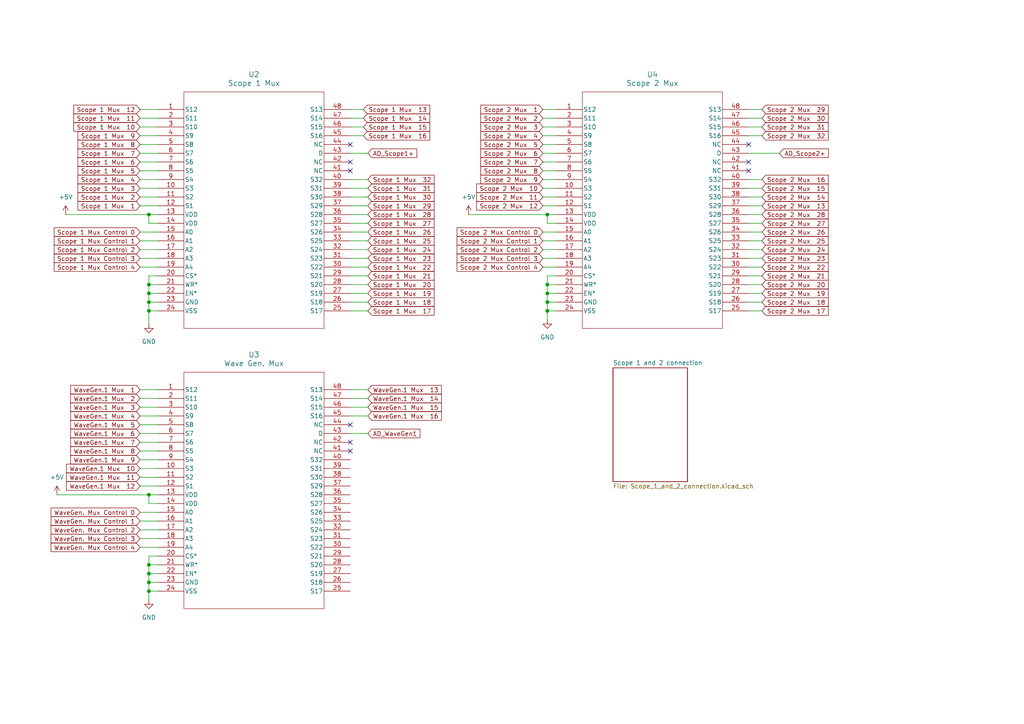
<source format=kicad_sch>
(kicad_sch (version 20231120) (generator "eeschema") (generator_version "8.0")
  (paper "A4")
  (lib_symbols
    (symbol "3rdPrty_Symbols:ADG732BSUZ" (pin_names (offset 0.254))
      (property "Reference" "U" (at 27.94 10.16 0))
      (property "Value" "ADG732BSUZ" (at 27.94 7.62 0))
      (symbol "ADG732BSUZ_0_1"
        (polyline (pts (xy 7.62 -63.5) (xy 48.26 -63.5)) (stroke (width 0.127)))
        (polyline (pts (xy 7.62 5.08) (xy 7.62 -63.5)) (stroke (width 0.127)))
        (polyline (pts (xy 48.26 -63.5) (xy 48.26 5.08)) (stroke (width 0.127)))
        (polyline (pts (xy 48.26 5.08) (xy 7.62 5.08)) (stroke (width 0.127)))
        (pin unspecified line (at 0 0 0) (length 7.62) (name "S12") (number "1"))
        (pin unspecified line (at 0 -22.86 0) (length 7.62) (name "S3") (number "10"))
        (pin unspecified line (at 0 -25.4 0) (length 7.62) (name "S2") (number "11"))
        (pin unspecified line (at 0 -27.94 0) (length 7.62) (name "S1") (number "12"))
        (pin power_in line (at 0 -30.48 0) (length 7.62) (name "VDD") (number "13"))
        (pin power_in line (at 0 -33.02 0) (length 7.62) (name "VDD") (number "14"))
        (pin unspecified line (at 0 -35.56 0) (length 7.62) (name "A0") (number "15"))
        (pin unspecified line (at 0 -38.1 0) (length 7.62) (name "A1") (number "16"))
        (pin unspecified line (at 0 -40.64 0) (length 7.62) (name "A2") (number "17"))
        (pin unspecified line (at 0 -43.18 0) (length 7.62) (name "A3") (number "18"))
        (pin unspecified line (at 0 -45.72 0) (length 7.62) (name "A4") (number "19"))
        (pin unspecified line (at 0 -2.54 0) (length 7.62) (name "S11") (number "2"))
        (pin unspecified line (at 0 -48.26 0) (length 7.62) (name "CS*") (number "20"))
        (pin unspecified line (at 0 -50.8 0) (length 7.62) (name "WR*") (number "21"))
        (pin unspecified line (at 0 -53.34 0) (length 7.62) (name "EN*") (number "22"))
        (pin unspecified line (at 0 -55.88 0) (length 7.62) (name "GND") (number "23"))
        (pin power_in line (at 0 -58.42 0) (length 7.62) (name "VSS") (number "24"))
        (pin unspecified line (at 55.88 -58.42 180) (length 7.62) (name "S17") (number "25"))
        (pin unspecified line (at 55.88 -55.88 180) (length 7.62) (name "S18") (number "26"))
        (pin unspecified line (at 55.88 -53.34 180) (length 7.62) (name "S19") (number "27"))
        (pin unspecified line (at 55.88 -50.8 180) (length 7.62) (name "S20") (number "28"))
        (pin unspecified line (at 55.88 -48.26 180) (length 7.62) (name "S21") (number "29"))
        (pin unspecified line (at 0 -5.08 0) (length 7.62) (name "S10") (number "3"))
        (pin unspecified line (at 55.88 -45.72 180) (length 7.62) (name "S22") (number "30"))
        (pin unspecified line (at 55.88 -43.18 180) (length 7.62) (name "S23") (number "31"))
        (pin unspecified line (at 55.88 -40.64 180) (length 7.62) (name "S24") (number "32"))
        (pin unspecified line (at 55.88 -38.1 180) (length 7.62) (name "S25") (number "33"))
        (pin unspecified line (at 55.88 -35.56 180) (length 7.62) (name "S26") (number "34"))
        (pin unspecified line (at 55.88 -33.02 180) (length 7.62) (name "S27") (number "35"))
        (pin unspecified line (at 55.88 -30.48 180) (length 7.62) (name "S28") (number "36"))
        (pin unspecified line (at 55.88 -27.94 180) (length 7.62) (name "S29") (number "37"))
        (pin unspecified line (at 55.88 -25.4 180) (length 7.62) (name "S30") (number "38"))
        (pin unspecified line (at 55.88 -22.86 180) (length 7.62) (name "S31") (number "39"))
        (pin unspecified line (at 0 -7.62 0) (length 7.62) (name "S9") (number "4"))
        (pin unspecified line (at 55.88 -20.32 180) (length 7.62) (name "S32") (number "40"))
        (pin unspecified line (at 55.88 -17.78 180) (length 7.62) (name "NC") (number "41"))
        (pin unspecified line (at 55.88 -15.24 180) (length 7.62) (name "NC") (number "42"))
        (pin unspecified line (at 55.88 -12.7 180) (length 7.62) (name "D") (number "43"))
        (pin unspecified line (at 55.88 -10.16 180) (length 7.62) (name "NC") (number "44"))
        (pin unspecified line (at 55.88 -7.62 180) (length 7.62) (name "S16") (number "45"))
        (pin unspecified line (at 55.88 -5.08 180) (length 7.62) (name "S15") (number "46"))
        (pin unspecified line (at 55.88 -2.54 180) (length 7.62) (name "S14") (number "47"))
        (pin unspecified line (at 55.88 0 180) (length 7.62) (name "S13") (number "48"))
        (pin unspecified line (at 0 -10.16 0) (length 7.62) (name "S8") (number "5"))
        (pin unspecified line (at 0 -12.7 0) (length 7.62) (name "S7") (number "6"))
        (pin unspecified line (at 0 -15.24 0) (length 7.62) (name "S6") (number "7"))
        (pin unspecified line (at 0 -17.78 0) (length 7.62) (name "S5") (number "8"))
        (pin unspecified line (at 0 -20.32 0) (length 7.62) (name "S4") (number "9"))
      )
    )
    (symbol "power:+5V" (power) (pin_numbers hide) (pin_names (offset 0) hide)
      (property "Value" "+5V" (at 0 3.556 0))
      (symbol "+5V_0_1"
        (polyline (pts (xy -0.762 1.27) (xy 0 2.54)))
        (polyline (pts (xy 0 0) (xy 0 2.54)))
        (polyline (pts (xy 0 2.54) (xy 0.762 1.27)))
      )
      (symbol "+5V_1_1"
        (pin power_in line (at 0 0 90) (length 0) (name "~") (number "1"))
      )
    )
    (symbol "power:GND" (power) (pin_numbers hide) (pin_names (offset 0) hide)
      (property "Value" "GND" (at 0 -3.81 0))
      (symbol "GND_0_1"
        (polyline (pts (xy 0 0) (xy 0 -1.27) (xy 1.27 -1.27) (xy 0 -2.54) (xy -1.27 -1.27) (xy 0 -1.27)))
      )
      (symbol "GND_1_1"
        (pin power_in line (at 0 0 270) (length 0) (name "~") (number "1"))
      )
    )
  )
  (junction (at 43.18 90.17))
  (junction (at 43.18 82.55))
  (junction (at 43.18 87.63))
  (junction (at 158.75 82.55))
  (junction (at 158.75 62.23))
  (junction (at 158.75 90.17))
  (junction (at 43.18 168.91))
  (junction (at 43.18 62.23))
  (junction (at 43.18 163.83))
  (junction (at 43.18 166.37))
  (junction (at 43.18 143.51))
  (junction (at 158.75 87.63))
  (junction (at 43.18 85.09))
  (junction (at 158.75 85.09))
  (junction (at 43.18 171.45))
  (no_connect (at 101.6 130.81))
  (no_connect (at 101.6 41.91))
  (no_connect (at 217.17 49.53))
  (no_connect (at 217.17 46.99))
  (no_connect (at 101.6 46.99))
  (no_connect (at 101.6 123.19))
  (no_connect (at 101.6 128.27))
  (no_connect (at 101.6 49.53))
  (no_connect (at 217.17 41.91))
  (wire (pts (xy 217.17 69.85) (xy 220.98 69.85)))
  (wire (pts (xy 217.17 64.77) (xy 220.98 64.77)))
  (wire (pts (xy 157.48 41.91) (xy 161.29 41.91)))
  (wire (pts (xy 40.64 77.47) (xy 45.72 77.47)))
  (wire (pts (xy 217.17 31.75) (xy 220.98 31.75)))
  (wire (pts (xy 217.17 67.31) (xy 220.98 67.31)))
  (wire (pts (xy 43.18 143.51) (xy 43.18 146.05)))
  (wire (pts (xy 101.6 74.93) (xy 106.68 74.93)))
  (wire (pts (xy 40.64 118.11) (xy 45.72 118.11)))
  (wire (pts (xy 45.72 85.09) (xy 43.18 85.09)))
  (wire (pts (xy 101.6 118.11) (xy 106.68 118.11)))
  (wire (pts (xy 217.17 59.69) (xy 220.98 59.69)))
  (wire (pts (xy 217.17 34.29) (xy 220.98 34.29)))
  (wire (pts (xy 101.6 39.37) (xy 105.41 39.37)))
  (wire (pts (xy 217.17 39.37) (xy 220.98 39.37)))
  (wire (pts (xy 43.18 143.51) (xy 45.72 143.51)))
  (wire (pts (xy 40.64 135.89) (xy 45.72 135.89)))
  (wire (pts (xy 40.64 52.07) (xy 45.72 52.07)))
  (wire (pts (xy 217.17 62.23) (xy 220.98 62.23)))
  (wire (pts (xy 45.72 161.29) (xy 43.18 161.29)))
  (wire (pts (xy 158.75 85.09) (xy 158.75 87.63)))
  (wire (pts (xy 158.75 90.17) (xy 161.29 90.17)))
  (wire (pts (xy 217.17 44.45) (xy 226.06 44.45)))
  (wire (pts (xy 101.6 90.17) (xy 106.68 90.17)))
  (wire (pts (xy 157.48 77.47) (xy 161.29 77.47)))
  (wire (pts (xy 158.75 62.23) (xy 161.29 62.23)))
  (wire (pts (xy 40.64 113.03) (xy 45.72 113.03)))
  (wire (pts (xy 101.6 120.65) (xy 106.68 120.65)))
  (wire (pts (xy 40.64 74.93) (xy 45.72 74.93)))
  (wire (pts (xy 101.6 34.29) (xy 105.41 34.29)))
  (wire (pts (xy 45.72 146.05) (xy 43.18 146.05)))
  (wire (pts (xy 43.18 168.91) (xy 43.18 171.45)))
  (wire (pts (xy 157.48 39.37) (xy 161.29 39.37)))
  (wire (pts (xy 40.64 49.53) (xy 45.72 49.53)))
  (wire (pts (xy 101.6 36.83) (xy 105.41 36.83)))
  (wire (pts (xy 45.72 163.83) (xy 43.18 163.83)))
  (wire (pts (xy 217.17 87.63) (xy 220.98 87.63)))
  (wire (pts (xy 43.18 90.17) (xy 43.18 93.98)))
  (wire (pts (xy 101.6 44.45) (xy 106.68 44.45)))
  (wire (pts (xy 101.6 82.55) (xy 106.68 82.55)))
  (wire (pts (xy 40.64 138.43) (xy 45.72 138.43)))
  (wire (pts (xy 161.29 80.01) (xy 158.75 80.01)))
  (wire (pts (xy 157.48 46.99) (xy 161.29 46.99)))
  (wire (pts (xy 101.6 125.73) (xy 106.68 125.73)))
  (wire (pts (xy 217.17 80.01) (xy 220.98 80.01)))
  (wire (pts (xy 157.48 34.29) (xy 161.29 34.29)))
  (wire (pts (xy 40.64 34.29) (xy 45.72 34.29)))
  (wire (pts (xy 43.18 85.09) (xy 43.18 87.63)))
  (wire (pts (xy 40.64 140.97) (xy 45.72 140.97)))
  (wire (pts (xy 40.64 151.13) (xy 45.72 151.13)))
  (wire (pts (xy 101.6 113.03) (xy 106.68 113.03)))
  (wire (pts (xy 101.6 59.69) (xy 106.68 59.69)))
  (wire (pts (xy 40.64 72.39) (xy 45.72 72.39)))
  (wire (pts (xy 158.75 87.63) (xy 158.75 90.17)))
  (wire (pts (xy 161.29 85.09) (xy 158.75 85.09)))
  (wire (pts (xy 43.18 62.23) (xy 45.72 62.23)))
  (wire (pts (xy 43.18 90.17) (xy 45.72 90.17)))
  (wire (pts (xy 40.64 44.45) (xy 45.72 44.45)))
  (wire (pts (xy 19.05 62.23) (xy 43.18 62.23)))
  (wire (pts (xy 43.18 62.23) (xy 43.18 64.77)))
  (wire (pts (xy 43.18 171.45) (xy 45.72 171.45)))
  (wire (pts (xy 101.6 85.09) (xy 106.68 85.09)))
  (wire (pts (xy 40.64 59.69) (xy 45.72 59.69)))
  (wire (pts (xy 45.72 82.55) (xy 43.18 82.55)))
  (wire (pts (xy 101.6 115.57) (xy 106.68 115.57)))
  (wire (pts (xy 40.64 128.27) (xy 45.72 128.27)))
  (wire (pts (xy 40.64 115.57) (xy 45.72 115.57)))
  (wire (pts (xy 158.75 62.23) (xy 158.75 64.77)))
  (wire (pts (xy 40.64 57.15) (xy 45.72 57.15)))
  (wire (pts (xy 217.17 52.07) (xy 220.98 52.07)))
  (wire (pts (xy 45.72 168.91) (xy 43.18 168.91)))
  (wire (pts (xy 40.64 39.37) (xy 45.72 39.37)))
  (wire (pts (xy 217.17 77.47) (xy 220.98 77.47)))
  (wire (pts (xy 161.29 82.55) (xy 158.75 82.55)))
  (wire (pts (xy 157.48 59.69) (xy 161.29 59.69)))
  (wire (pts (xy 158.75 90.17) (xy 158.75 92.71)))
  (wire (pts (xy 101.6 72.39) (xy 106.68 72.39)))
  (wire (pts (xy 217.17 74.93) (xy 220.98 74.93)))
  (wire (pts (xy 16.51 143.51) (xy 43.18 143.51)))
  (wire (pts (xy 101.6 62.23) (xy 106.68 62.23)))
  (wire (pts (xy 101.6 54.61) (xy 106.68 54.61)))
  (wire (pts (xy 40.64 54.61) (xy 45.72 54.61)))
  (wire (pts (xy 101.6 80.01) (xy 106.68 80.01)))
  (wire (pts (xy 217.17 72.39) (xy 220.98 72.39)))
  (wire (pts (xy 157.48 49.53) (xy 161.29 49.53)))
  (wire (pts (xy 161.29 87.63) (xy 158.75 87.63)))
  (wire (pts (xy 43.18 80.01) (xy 43.18 82.55)))
  (wire (pts (xy 40.64 156.21) (xy 45.72 156.21)))
  (wire (pts (xy 101.6 57.15) (xy 106.68 57.15)))
  (wire (pts (xy 101.6 52.07) (xy 106.68 52.07)))
  (wire (pts (xy 40.64 31.75) (xy 45.72 31.75)))
  (wire (pts (xy 217.17 90.17) (xy 220.98 90.17)))
  (wire (pts (xy 101.6 64.77) (xy 106.68 64.77)))
  (wire (pts (xy 40.64 123.19) (xy 45.72 123.19)))
  (wire (pts (xy 43.18 82.55) (xy 43.18 85.09)))
  (wire (pts (xy 157.48 36.83) (xy 161.29 36.83)))
  (wire (pts (xy 40.64 36.83) (xy 45.72 36.83)))
  (wire (pts (xy 43.18 166.37) (xy 43.18 168.91)))
  (wire (pts (xy 157.48 31.75) (xy 161.29 31.75)))
  (wire (pts (xy 101.6 77.47) (xy 106.68 77.47)))
  (wire (pts (xy 43.18 163.83) (xy 43.18 166.37)))
  (wire (pts (xy 157.48 72.39) (xy 161.29 72.39)))
  (wire (pts (xy 40.64 69.85) (xy 45.72 69.85)))
  (wire (pts (xy 101.6 31.75) (xy 105.41 31.75)))
  (wire (pts (xy 217.17 54.61) (xy 220.98 54.61)))
  (wire (pts (xy 40.64 153.67) (xy 45.72 153.67)))
  (wire (pts (xy 217.17 85.09) (xy 220.98 85.09)))
  (wire (pts (xy 135.89 62.23) (xy 158.75 62.23)))
  (wire (pts (xy 157.48 44.45) (xy 161.29 44.45)))
  (wire (pts (xy 101.6 67.31) (xy 106.68 67.31)))
  (wire (pts (xy 158.75 80.01) (xy 158.75 82.55)))
  (wire (pts (xy 161.29 64.77) (xy 158.75 64.77)))
  (wire (pts (xy 40.64 158.75) (xy 45.72 158.75)))
  (wire (pts (xy 157.48 54.61) (xy 161.29 54.61)))
  (wire (pts (xy 43.18 87.63) (xy 43.18 90.17)))
  (wire (pts (xy 157.48 69.85) (xy 161.29 69.85)))
  (wire (pts (xy 217.17 82.55) (xy 220.98 82.55)))
  (wire (pts (xy 40.64 125.73) (xy 45.72 125.73)))
  (wire (pts (xy 217.17 57.15) (xy 220.98 57.15)))
  (wire (pts (xy 43.18 171.45) (xy 43.18 173.99)))
  (wire (pts (xy 40.64 46.99) (xy 45.72 46.99)))
  (wire (pts (xy 45.72 166.37) (xy 43.18 166.37)))
  (wire (pts (xy 45.72 87.63) (xy 43.18 87.63)))
  (wire (pts (xy 40.64 148.59) (xy 45.72 148.59)))
  (wire (pts (xy 157.48 52.07) (xy 161.29 52.07)))
  (wire (pts (xy 217.17 36.83) (xy 220.98 36.83)))
  (wire (pts (xy 45.72 64.77) (xy 43.18 64.77)))
  (wire (pts (xy 157.48 67.31) (xy 161.29 67.31)))
  (wire (pts (xy 40.64 67.31) (xy 45.72 67.31)))
  (wire (pts (xy 157.48 57.15) (xy 161.29 57.15)))
  (wire (pts (xy 101.6 87.63) (xy 106.68 87.63)))
  (wire (pts (xy 45.72 80.01) (xy 43.18 80.01)))
  (wire (pts (xy 43.18 161.29) (xy 43.18 163.83)))
  (wire (pts (xy 40.64 41.91) (xy 45.72 41.91)))
  (wire (pts (xy 101.6 69.85) (xy 106.68 69.85)))
  (wire (pts (xy 157.48 74.93) (xy 161.29 74.93)))
  (wire (pts (xy 40.64 133.35) (xy 45.72 133.35)))
  (wire (pts (xy 158.75 82.55) (xy 158.75 85.09)))
  (wire (pts (xy 40.64 120.65) (xy 45.72 120.65)))
  (wire (pts (xy 40.64 130.81) (xy 45.72 130.81)))
  (global_label "Scope 1 Mux Control 4" (shape input) (at 40.64 77.47 180) (property "Intersheetrefs" "${INTERSHEET_REFS}" (effects (hide yes))))
  (global_label "Scope 2 Mux  30" (shape input) (at 220.98 34.29 0) (property "Intersheetrefs" "${INTERSHEET_REFS}" (effects (hide yes))))
  (global_label "Scope 2 Mux  13" (shape input) (at 220.98 59.69 0) (property "Intersheetrefs" "${INTERSHEET_REFS}" (effects (hide yes))))
  (global_label "Scope 2 Mux  25" (shape input) (at 220.98 69.85 0) (property "Intersheetrefs" "${INTERSHEET_REFS}" (effects (hide yes))))
  (global_label "Scope 2 Mux  32" (shape input) (at 220.98 39.37 0) (property "Intersheetrefs" "${INTERSHEET_REFS}" (effects (hide yes))))
  (global_label "WaveGen.1 Mux  11" (shape input) (at 40.64 138.43 180) (property "Intersheetrefs" "${INTERSHEET_REFS}" (effects (hide yes))))
  (global_label "Scope 1 Mux  15" (shape input) (at 105.41 36.83 0) (property "Intersheetrefs" "${INTERSHEET_REFS}" (effects (hide yes))))
  (global_label "Scope 2 Mux  20" (shape input) (at 220.98 82.55 0) (property "Intersheetrefs" "${INTERSHEET_REFS}" (effects (hide yes))))
  (global_label "Scope 2 Mux  17" (shape input) (at 220.98 90.17 0) (property "Intersheetrefs" "${INTERSHEET_REFS}" (effects (hide yes))))
  (global_label "Scope 2 Mux  9" (shape input) (at 157.48 52.07 180) (property "Intersheetrefs" "${INTERSHEET_REFS}" (effects (hide yes))))
  (global_label "Scope 2 Mux  31" (shape input) (at 220.98 36.83 0) (property "Intersheetrefs" "${INTERSHEET_REFS}" (effects (hide yes))))
  (global_label "Scope 2 Mux  15" (shape input) (at 220.98 54.61 0) (property "Intersheetrefs" "${INTERSHEET_REFS}" (effects (hide yes))))
  (global_label "Scope 1 Mux  5" (shape input) (at 40.64 49.53 180) (property "Intersheetrefs" "${INTERSHEET_REFS}" (effects (hide yes))))
  (global_label "Scope 1 Mux  21" (shape input) (at 106.68 80.01 0) (property "Intersheetrefs" "${INTERSHEET_REFS}" (effects (hide yes))))
  (global_label "WaveGen.1 Mux  3" (shape input) (at 40.64 118.11 180) (property "Intersheetrefs" "${INTERSHEET_REFS}" (effects (hide yes))))
  (global_label "AD_Scope2+" (shape input) (at 226.06 44.45 0) (property "Intersheetrefs" "${INTERSHEET_REFS}" (effects (hide yes))))
  (global_label "Scope 1 Mux  9" (shape input) (at 40.64 39.37 180) (property "Intersheetrefs" "${INTERSHEET_REFS}" (effects (hide yes))))
  (global_label "Scope 1 Mux  27" (shape input) (at 106.68 64.77 0) (property "Intersheetrefs" "${INTERSHEET_REFS}" (effects (hide yes))))
  (global_label "Scope 1 Mux  23" (shape input) (at 106.68 74.93 0) (property "Intersheetrefs" "${INTERSHEET_REFS}" (effects (hide yes))))
  (global_label "Scope 1 Mux  11" (shape input) (at 40.64 34.29 180) (property "Intersheetrefs" "${INTERSHEET_REFS}" (effects (hide yes))))
  (global_label "AD_WaveGen1" (shape input) (at 106.68 125.73 0) (property "Intersheetrefs" "${INTERSHEET_REFS}" (effects (hide yes))))
  (global_label "Scope 1 Mux  3" (shape input) (at 40.64 54.61 180) (property "Intersheetrefs" "${INTERSHEET_REFS}" (effects (hide yes))))
  (global_label "Scope 1 Mux  25" (shape input) (at 106.68 69.85 0) (property "Intersheetrefs" "${INTERSHEET_REFS}" (effects (hide yes))))
  (global_label "Scope 1 Mux Control 3" (shape input) (at 40.64 74.93 180) (property "Intersheetrefs" "${INTERSHEET_REFS}" (effects (hide yes))))
  (global_label "Scope 1 Mux  12" (shape input) (at 40.64 31.75 180) (property "Intersheetrefs" "${INTERSHEET_REFS}" (effects (hide yes))))
  (global_label "Scope 2 Mux  29" (shape input) (at 220.98 31.75 0) (property "Intersheetrefs" "${INTERSHEET_REFS}" (effects (hide yes))))
  (global_label "WaveGen.1 Mux  9" (shape input) (at 40.64 133.35 180) (property "Intersheetrefs" "${INTERSHEET_REFS}" (effects (hide yes))))
  (global_label "Scope 1 Mux  2" (shape input) (at 40.64 57.15 180) (property "Intersheetrefs" "${INTERSHEET_REFS}" (effects (hide yes))))
  (global_label "Scope 1 Mux  1" (shape input) (at 40.64 59.69 180) (property "Intersheetrefs" "${INTERSHEET_REFS}" (effects (hide yes))))
  (global_label "Scope 1 Mux  8" (shape input) (at 40.64 41.91 180) (property "Intersheetrefs" "${INTERSHEET_REFS}" (effects (hide yes))))
  (global_label "AD_Scope1+" (shape input) (at 106.68 44.45 0) (property "Intersheetrefs" "${INTERSHEET_REFS}" (effects (hide yes))))
  (global_label "Scope 1 Mux  22" (shape input) (at 106.68 77.47 0) (property "Intersheetrefs" "${INTERSHEET_REFS}" (effects (hide yes))))
  (global_label "Scope 2 Mux  3" (shape input) (at 157.48 36.83 180) (property "Intersheetrefs" "${INTERSHEET_REFS}" (effects (hide yes))))
  (global_label "Scope 2 Mux  22" (shape input) (at 220.98 77.47 0) (property "Intersheetrefs" "${INTERSHEET_REFS}" (effects (hide yes))))
  (global_label "Scope 2 Mux  7" (shape input) (at 157.48 46.99 180) (property "Intersheetrefs" "${INTERSHEET_REFS}" (effects (hide yes))))
  (global_label "Scope 2 Mux  8" (shape input) (at 157.48 49.53 180) (property "Intersheetrefs" "${INTERSHEET_REFS}" (effects (hide yes))))
  (global_label "Scope 2 Mux  14" (shape input) (at 220.98 57.15 0) (property "Intersheetrefs" "${INTERSHEET_REFS}" (effects (hide yes))))
  (global_label "Scope 1 Mux  13" (shape input) (at 105.41 31.75 0) (property "Intersheetrefs" "${INTERSHEET_REFS}" (effects (hide yes))))
  (global_label "WaveGen. Mux Control 0" (shape input) (at 40.64 148.59 180) (property "Intersheetrefs" "${INTERSHEET_REFS}" (effects (hide yes))))
  (global_label "Scope 2 Mux  5" (shape input) (at 157.48 41.91 180) (property "Intersheetrefs" "${INTERSHEET_REFS}" (effects (hide yes))))
  (global_label "Scope 1 Mux  10" (shape input) (at 40.64 36.83 180) (property "Intersheetrefs" "${INTERSHEET_REFS}" (effects (hide yes))))
  (global_label "WaveGen.1 Mux  13" (shape input) (at 106.68 113.03 0) (property "Intersheetrefs" "${INTERSHEET_REFS}" (effects (hide yes))))
  (global_label "WaveGen.1 Mux  8" (shape input) (at 40.64 130.81 180) (property "Intersheetrefs" "${INTERSHEET_REFS}" (effects (hide yes))))
  (global_label "Scope 1 Mux Control 1" (shape input) (at 40.64 69.85 180) (property "Intersheetrefs" "${INTERSHEET_REFS}" (effects (hide yes))))
  (global_label "Scope 2 Mux  26" (shape input) (at 220.98 67.31 0) (property "Intersheetrefs" "${INTERSHEET_REFS}" (effects (hide yes))))
  (global_label "Scope 1 Mux  14" (shape input) (at 105.41 34.29 0) (property "Intersheetrefs" "${INTERSHEET_REFS}" (effects (hide yes))))
  (global_label "Scope 2 Mux  2" (shape input) (at 157.48 34.29 180) (property "Intersheetrefs" "${INTERSHEET_REFS}" (effects (hide yes))))
  (global_label "Scope 1 Mux  31" (shape input) (at 106.68 54.61 0) (property "Intersheetrefs" "${INTERSHEET_REFS}" (effects (hide yes))))
  (global_label "WaveGen. Mux Control 4" (shape input) (at 40.64 158.75 180) (property "Intersheetrefs" "${INTERSHEET_REFS}" (effects (hide yes))))
  (global_label "WaveGen.1 Mux  2" (shape input) (at 40.64 115.57 180) (property "Intersheetrefs" "${INTERSHEET_REFS}" (effects (hide yes))))
  (global_label "Scope 1 Mux Control 0" (shape input) (at 40.64 67.31 180) (property "Intersheetrefs" "${INTERSHEET_REFS}" (effects (hide yes))))
  (global_label "Scope 1 Mux  20" (shape input) (at 106.68 82.55 0) (property "Intersheetrefs" "${INTERSHEET_REFS}" (effects (hide yes))))
  (global_label "Scope 2 Mux  21" (shape input) (at 220.98 80.01 0) (property "Intersheetrefs" "${INTERSHEET_REFS}" (effects (hide yes))))
  (global_label "Scope 2 Mux  16" (shape input) (at 220.98 52.07 0) (property "Intersheetrefs" "${INTERSHEET_REFS}" (effects (hide yes))))
  (global_label "Scope 1 Mux  30" (shape input) (at 106.68 57.15 0) (property "Intersheetrefs" "${INTERSHEET_REFS}" (effects (hide yes))))
  (global_label "WaveGen.1 Mux  12" (shape input) (at 40.64 140.97 180) (property "Intersheetrefs" "${INTERSHEET_REFS}" (effects (hide yes))))
  (global_label "Scope 1 Mux  6" (shape input) (at 40.64 46.99 180) (property "Intersheetrefs" "${INTERSHEET_REFS}" (effects (hide yes))))
  (global_label "Scope 2 Mux  11" (shape input) (at 157.48 57.15 180) (property "Intersheetrefs" "${INTERSHEET_REFS}" (effects (hide yes))))
  (global_label "Scope 1 Mux  17" (shape input) (at 106.68 90.17 0) (property "Intersheetrefs" "${INTERSHEET_REFS}" (effects (hide yes))))
  (global_label "WaveGen. Mux Control 2" (shape input) (at 40.64 153.67 180) (property "Intersheetrefs" "${INTERSHEET_REFS}" (effects (hide yes))))
  (global_label "WaveGen.1 Mux  6" (shape input) (at 40.64 125.73 180) (property "Intersheetrefs" "${INTERSHEET_REFS}" (effects (hide yes))))
  (global_label "Scope 1 Mux  19" (shape input) (at 106.68 85.09 0) (property "Intersheetrefs" "${INTERSHEET_REFS}" (effects (hide yes))))
  (global_label "WaveGen.1 Mux  5" (shape input) (at 40.64 123.19 180) (property "Intersheetrefs" "${INTERSHEET_REFS}" (effects (hide yes))))
  (global_label "Scope 2 Mux  10" (shape input) (at 157.48 54.61 180) (property "Intersheetrefs" "${INTERSHEET_REFS}" (effects (hide yes))))
  (global_label "Scope 2 Mux  12" (shape input) (at 157.48 59.69 180) (property "Intersheetrefs" "${INTERSHEET_REFS}" (effects (hide yes))))
  (global_label "Scope 2 Mux  6" (shape input) (at 157.48 44.45 180) (property "Intersheetrefs" "${INTERSHEET_REFS}" (effects (hide yes))))
  (global_label "Scope 2 Mux  23" (shape input) (at 220.98 74.93 0) (property "Intersheetrefs" "${INTERSHEET_REFS}" (effects (hide yes))))
  (global_label "WaveGen.1 Mux  14" (shape input) (at 106.68 115.57 0) (property "Intersheetrefs" "${INTERSHEET_REFS}" (effects (hide yes))))
  (global_label "Scope 2 Mux  24" (shape input) (at 220.98 72.39 0) (property "Intersheetrefs" "${INTERSHEET_REFS}" (effects (hide yes))))
  (global_label "Scope 2 Mux Control 3" (shape input) (at 157.48 74.93 180) (property "Intersheetrefs" "${INTERSHEET_REFS}" (effects (hide yes))))
  (global_label "WaveGen. Mux Control 1" (shape input) (at 40.64 151.13 180) (property "Intersheetrefs" "${INTERSHEET_REFS}" (effects (hide yes))))
  (global_label "Scope 1 Mux  7" (shape input) (at 40.64 44.45 180) (property "Intersheetrefs" "${INTERSHEET_REFS}" (effects (hide yes))))
  (global_label "WaveGen. Mux Control 3" (shape input) (at 40.64 156.21 180) (property "Intersheetrefs" "${INTERSHEET_REFS}" (effects (hide yes))))
  (global_label "Scope 2 Mux  27" (shape input) (at 220.98 64.77 0) (property "Intersheetrefs" "${INTERSHEET_REFS}" (effects (hide yes))))
  (global_label "WaveGen.1 Mux  15" (shape input) (at 106.68 118.11 0) (property "Intersheetrefs" "${INTERSHEET_REFS}" (effects (hide yes))))
  (global_label "WaveGen.1 Mux  4" (shape input) (at 40.64 120.65 180) (property "Intersheetrefs" "${INTERSHEET_REFS}" (effects (hide yes))))
  (global_label "Scope 2 Mux  18" (shape input) (at 220.98 87.63 0) (property "Intersheetrefs" "${INTERSHEET_REFS}" (effects (hide yes))))
  (global_label "WaveGen.1 Mux  1" (shape input) (at 40.64 113.03 180) (property "Intersheetrefs" "${INTERSHEET_REFS}" (effects (hide yes))))
  (global_label "Scope 2 Mux Control 4" (shape input) (at 157.48 77.47 180) (property "Intersheetrefs" "${INTERSHEET_REFS}" (effects (hide yes))))
  (global_label "Scope 1 Mux  4" (shape input) (at 40.64 52.07 180) (property "Intersheetrefs" "${INTERSHEET_REFS}" (effects (hide yes))))
  (global_label "Scope 2 Mux  19" (shape input) (at 220.98 85.09 0) (property "Intersheetrefs" "${INTERSHEET_REFS}" (effects (hide yes))))
  (global_label "WaveGen.1 Mux  10" (shape input) (at 40.64 135.89 180) (property "Intersheetrefs" "${INTERSHEET_REFS}" (effects (hide yes))))
  (global_label "Scope 1 Mux  28" (shape input) (at 106.68 62.23 0) (property "Intersheetrefs" "${INTERSHEET_REFS}" (effects (hide yes))))
  (global_label "Scope 1 Mux  18" (shape input) (at 106.68 87.63 0) (property "Intersheetrefs" "${INTERSHEET_REFS}" (effects (hide yes))))
  (global_label "Scope 2 Mux Control 0" (shape input) (at 157.48 67.31 180) (property "Intersheetrefs" "${INTERSHEET_REFS}" (effects (hide yes))))
  (global_label "Scope 1 Mux  32" (shape input) (at 106.68 52.07 0) (property "Intersheetrefs" "${INTERSHEET_REFS}" (effects (hide yes))))
  (global_label "Scope 1 Mux  16" (shape input) (at 105.41 39.37 0) (property "Intersheetrefs" "${INTERSHEET_REFS}" (effects (hide yes))))
  (global_label "Scope 1 Mux  24" (shape input) (at 106.68 72.39 0) (property "Intersheetrefs" "${INTERSHEET_REFS}" (effects (hide yes))))
  (global_label "WaveGen.1 Mux  16" (shape input) (at 106.68 120.65 0) (property "Intersheetrefs" "${INTERSHEET_REFS}" (effects (hide yes))))
  (global_label "Scope 1 Mux  26" (shape input) (at 106.68 67.31 0) (property "Intersheetrefs" "${INTERSHEET_REFS}" (effects (hide yes))))
  (global_label "Scope 2 Mux Control 1" (shape input) (at 157.48 69.85 180) (property "Intersheetrefs" "${INTERSHEET_REFS}" (effects (hide yes))))
  (global_label "WaveGen.1 Mux  7" (shape input) (at 40.64 128.27 180) (property "Intersheetrefs" "${INTERSHEET_REFS}" (effects (hide yes))))
  (global_label "Scope 1 Mux  29" (shape input) (at 106.68 59.69 0) (property "Intersheetrefs" "${INTERSHEET_REFS}" (effects (hide yes))))
  (global_label "Scope 2 Mux  28" (shape input) (at 220.98 62.23 0) (property "Intersheetrefs" "${INTERSHEET_REFS}" (effects (hide yes))))
  (global_label "Scope 2 Mux  1" (shape input) (at 157.48 31.75 180) (property "Intersheetrefs" "${INTERSHEET_REFS}" (effects (hide yes))))
  (global_label "Scope 1 Mux Control 2" (shape input) (at 40.64 72.39 180) (property "Intersheetrefs" "${INTERSHEET_REFS}" (effects (hide yes))))
  (global_label "Scope 2 Mux  4" (shape input) (at 157.48 39.37 180) (property "Intersheetrefs" "${INTERSHEET_REFS}" (effects (hide yes))))
  (global_label "Scope 2 Mux Control 2" (shape input) (at 157.48 72.39 180) (property "Intersheetrefs" "${INTERSHEET_REFS}" (effects (hide yes))))
  (symbol (lib_id "power:GND") (at 43.18 93.98 0) (unit 1)
    (property "Reference" "#PWR021" (effects (hide yes)))
    (property "Value" "GND" (at 43.18 99.06 0))
    (property "Description" "Power symbol creates a global label with name \"GND\" , ground" (effects (hide yes)))
  )
  (symbol (lib_id "power:+5V") (at 135.89 62.23 0) (unit 1)
    (property "Reference" "#PWR032" (effects (hide yes)))
    (property "Value" "+5V" (at 135.89 57.15 0))
    (property "Description" "Power symbol creates a global label with name \"+5V\"" (effects (hide yes)))
  )
  (symbol (lib_id "power:+5V") (at 19.05 62.23 0) (unit 1)
    (property "Reference" "#PWR031" (effects (hide yes)))
    (property "Value" "+5V" (at 19.05 57.15 0))
    (property "Description" "Power symbol creates a global label with name \"+5V\"" (effects (hide yes)))
  )
  (symbol (lib_id "power:+5V") (at 16.51 143.51 0) (unit 1)
    (property "Reference" "#PWR030" (effects (hide yes)))
    (property "Value" "+5V" (at 16.51 138.43 0))
    (property "Description" "Power symbol creates a global label with name \"+5V\"" (effects (hide yes)))
  )
  (symbol (lib_id "power:GND") (at 43.18 173.99 0) (unit 1)
    (property "Reference" "#PWR023" (effects (hide yes)))
    (property "Value" "GND" (at 43.18 179.07 0))
    (property "Description" "Power symbol creates a global label with name \"GND\" , ground" (effects (hide yes)))
  )
  (symbol (lib_id "power:GND") (at 158.75 92.71 0) (unit 1)
    (property "Reference" "#PWR022" (effects (hide yes)))
    (property "Value" "GND" (at 158.75 97.79 0))
    (property "Description" "Power symbol creates a global label with name \"GND\" , ground" (effects (hide yes)))
  )
  (symbol (lib_id "3rdPrty_Symbols:ADG732BSUZ") (at 45.72 31.75 0) (unit 1)
    (property "Reference" "U2" (at 73.66 21.59 0) (effects (font (size 1.524 1.524))))
    (property "Value" "Scope 1 Mux" (at 73.66 24.13 0) (effects (font (size 1.524 1.524))))
    (property "Footprint" "SU_48_ADI" (effects (hide yes)))
    (property "Datasheet" "ADG732BSUZ" (effects (hide yes)))
  )
  (symbol (lib_id "3rdPrty_Symbols:ADG732BSUZ") (at 45.72 113.03 0) (unit 1)
    (property "Reference" "U3" (at 73.66 102.87 0) (effects (font (size 1.524 1.524))))
    (property "Value" "Wave Gen. Mux" (at 73.66 105.41 0) (effects (font (size 1.524 1.524))))
    (property "Footprint" "SU_48_ADI" (effects (hide yes)))
    (property "Datasheet" "ADG732BSUZ" (effects (hide yes)))
  )
  (symbol (lib_id "3rdPrty_Symbols:ADG732BSUZ") (at 161.29 31.75 0) (unit 1)
    (property "Reference" "U4" (at 189.23 21.59 0) (effects (font (size 1.524 1.524))))
    (property "Value" "Scope 2 Mux" (at 189.23 24.13 0) (effects (font (size 1.524 1.524))))
    (property "Footprint" "SU_48_ADI" (effects (hide yes)))
    (property "Datasheet" "ADG732BSUZ" (effects (hide yes)))
  )
  (sheet (at 177.8 106.68) (size 21.59 33.02) (stroke (width 0.1524))
    (property "Sheetname" "Scope 1 and 2 connection" (at 177.8 105.9684 0) (effects (justify left bottom)))
    (property "Sheetfile" "Scope_1_and_2_connection.kicad_sch" (at 177.8 140.2846 0) (effects (justify left top)))
  )
)
</source>
